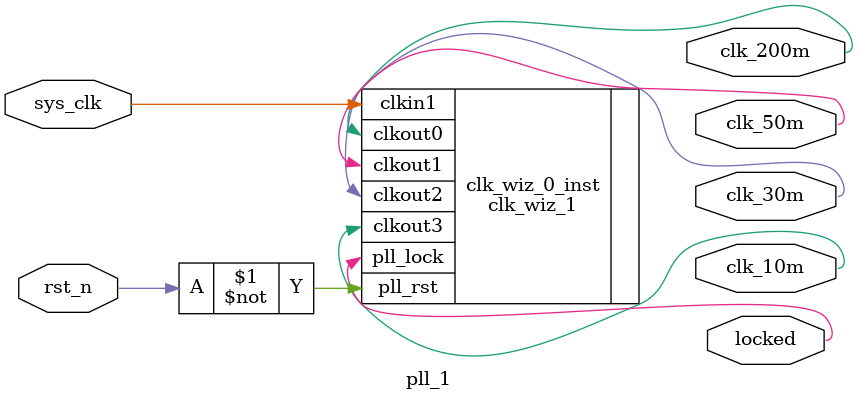
<source format=v>
module pll_1(
	input       sys_clk,
	input       rst_n,
	output      clk_200m ,
    output      clk_50m ,
    output      clk_30m ,
    output      clk_10m ,
	output locked          //pll clock output J8_Pin3
);


clk_wiz_1 clk_wiz_0_inst
(
    .clkin1(sys_clk),            // IN 50Mhz

    .clkout0(clk_200m),                // OUT 200Mhz
    .clkout1(clk_50m),               // OUT 100Mhz
    .clkout2(clk_30m),              // OUT 50Mhz
    .clkout3(clk_10m ),    // OUT 25Mhz	 

    .pll_rst(~rst_n),        // RESET IN
    .pll_lock(locked)	
); 
endmodule


</source>
